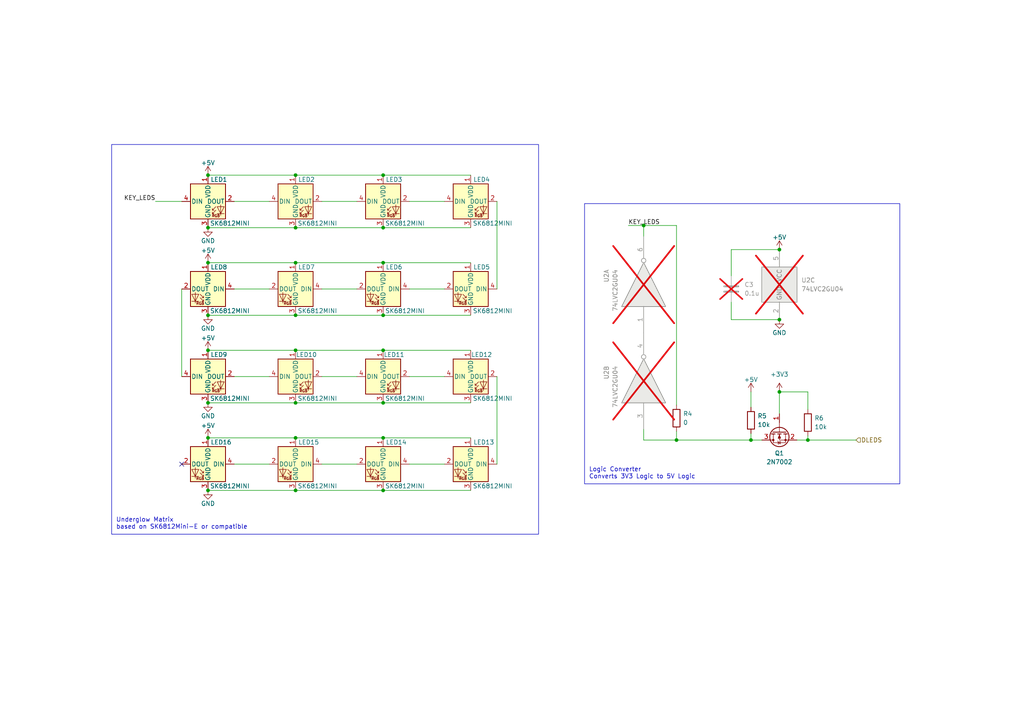
<source format=kicad_sch>
(kicad_sch (version 20231120) (generator "eeschema") (generator_version "8.0")
  (paper "A4")
  (title_block (title "Dumbpad Hotswap RP2040") (date "2024-02-13") (rev "4.0_RP2040") (comment 3 "Powered by QMK and RP2040") (comment 4 "Simple 4x4 macropads with single encoder") (comment 8 "Dumbpad, simple 4x4 macropads with single encoder"))
  (lib_symbols
    (symbol "74xGxx:74LVC2GU04"
      (property "Reference" "U" (at -2.54 3.81 0))
      (property "Value" "74LVC2GU04" (at 0 -3.81 0))
      (symbol "74LVC2GU04_1_1"
        (polyline (pts (xy -7.62 6.35) (xy -7.62 -6.35) (xy 5.08 0) (xy -7.62 6.35)) (stroke (width 0.254)) (fill (type background)))
        (pin input line (at -15.24 0 0) (length 7.62) (name "~") (number "1"))
        (pin output inverted (at 12.7 0 180) (length 7.62) (name "~") (number "6"))
      )
      (symbol "74LVC2GU04_2_1"
        (polyline (pts (xy -7.62 6.35) (xy -7.62 -6.35) (xy 5.08 0) (xy -7.62 6.35)) (stroke (width 0.254)) (fill (type background)))
        (pin input line (at -15.24 0 0) (length 7.62) (name "~") (number "3"))
        (pin output inverted (at 12.7 0 180) (length 7.62) (name "~") (number "4"))
      )
      (symbol "74LVC2GU04_3_0"
        (rectangle (start -5.08 -5.08) (end 5.08 5.08) (stroke (width 0.254)) (fill (type background)))
      )
      (symbol "74LVC2GU04_3_1"
        (pin power_in line (at 0 -10.16 90) (length 5.08) (name "GND") (number "2"))
        (pin power_in line (at 0 10.16 270) (length 5.08) (name "VCC") (number "5"))
      )
    )
    (symbol "Device:C" (pin_numbers hide) (pin_names (offset 0.254))
      (property "Reference" "C" (at 0.635 2.54 0))
      (property "Value" "C" (at 0.635 -2.54 0))
      (symbol "C_0_1"
        (polyline (pts (xy -2.032 -0.762) (xy 2.032 -0.762)) (stroke (width 0.508)))
        (polyline (pts (xy -2.032 0.762) (xy 2.032 0.762)) (stroke (width 0.508)))
      )
      (symbol "C_1_1"
        (pin passive line (at 0 3.81 270) (length 2.794) (name "~") (number "1"))
        (pin passive line (at 0 -3.81 90) (length 2.794) (name "~") (number "2"))
      )
    )
    (symbol "Device:Q_NMOS_GSD" (pin_names (offset 0) hide)
      (property "Reference" "Q" (at 5.08 1.27 0))
      (property "Value" "Q_NMOS_GSD" (at 5.08 -1.27 0))
      (symbol "Q_NMOS_GSD_0_1"
        (polyline (pts (xy 0.254 0) (xy -2.54 0)))
        (polyline (pts (xy 0.254 1.905) (xy 0.254 -1.905)) (stroke (width 0.254)))
        (polyline (pts (xy 0.762 -1.27) (xy 0.762 -2.286)) (stroke (width 0.254)))
        (polyline (pts (xy 0.762 0.508) (xy 0.762 -0.508)) (stroke (width 0.254)))
        (polyline (pts (xy 0.762 2.286) (xy 0.762 1.27)) (stroke (width 0.254)))
        (polyline (pts (xy 2.54 2.54) (xy 2.54 1.778)))
        (polyline (pts (xy 2.54 -2.54) (xy 2.54 0) (xy 0.762 0)))
        (polyline (pts (xy 0.762 -1.778) (xy 3.302 -1.778) (xy 3.302 1.778) (xy 0.762 1.778)))
        (polyline (pts (xy 1.016 0) (xy 2.032 0.381) (xy 2.032 -0.381) (xy 1.016 0)) (fill (type outline)))
        (polyline (pts (xy 2.794 0.508) (xy 2.921 0.381) (xy 3.683 0.381) (xy 3.81 0.254)))
        (polyline (pts (xy 3.302 0.381) (xy 2.921 -0.254) (xy 3.683 -0.254) (xy 3.302 0.381)))
        (circle (center 1.651 0) (radius 2.794) (stroke (width 0.254)))
        (circle (center 2.54 -1.778) (radius 0.254) (fill (type outline)))
        (circle (center 2.54 1.778) (radius 0.254) (fill (type outline)))
      )
      (symbol "Q_NMOS_GSD_1_1"
        (pin input line (at -5.08 0 0) (length 2.54) (name "G") (number "1"))
        (pin passive line (at 2.54 -5.08 90) (length 2.54) (name "S") (number "2"))
        (pin passive line (at 2.54 5.08 270) (length 2.54) (name "D") (number "3"))
      )
    )
    (symbol "Device:R" (pin_numbers hide) (pin_names (offset 0))
      (property "Reference" "R" (at 2.032 0 90))
      (property "Value" "R" (at 0 0 90))
      (symbol "R_0_1"
        (rectangle (start -1.016 -2.54) (end 1.016 2.54) (stroke (width 0.254)))
      )
      (symbol "R_1_1"
        (pin passive line (at 0 3.81 270) (length 1.27) (name "~") (number "1"))
        (pin passive line (at 0 -3.81 90) (length 1.27) (name "~") (number "2"))
      )
    )
    (symbol "dumbpad_symbols:SK6812MINI_1" (pin_names (offset 0.254))
      (property "Reference" "LED1" (at 2.54 6.35 0))
      (property "Value" "SK6812MINI" (at 6.35 -6.35 0))
      (symbol "SK6812MINI_1_0_0"
        (text "RGB" (at 2.286 -4.191 0) (effects (font (size 0.762 0.762))))
      )
      (symbol "SK6812MINI_1_0_1"
        (polyline (pts (xy 1.27 -3.556) (xy 1.778 -3.556)))
        (polyline (pts (xy 1.27 -2.54) (xy 1.778 -2.54)))
        (polyline (pts (xy 4.699 -3.556) (xy 2.667 -3.556)))
        (polyline (pts (xy 2.286 -2.54) (xy 1.27 -3.556) (xy 1.27 -3.048)))
        (polyline (pts (xy 2.286 -1.524) (xy 1.27 -2.54) (xy 1.27 -2.032)))
        (polyline (pts (xy 3.683 -1.016) (xy 3.683 -3.556) (xy 3.683 -4.064)))
        (polyline (pts (xy 4.699 -1.524) (xy 2.667 -1.524) (xy 3.683 -3.556) (xy 4.699 -1.524)))
        (rectangle (start 5.08 5.08) (end -5.08 -5.08) (stroke (width 0.254)) (fill (type background)))
      )
      (symbol "SK6812MINI_1_1_1"
        (pin power_in line (at 0 7.62 270) (length 2.54) (name "VDD") (number "1"))
        (pin output line (at 7.62 0 180) (length 2.54) (name "DOUT") (number "2"))
        (pin power_in line (at 0 -7.62 90) (length 2.54) (name "GND") (number "3"))
        (pin input line (at -7.62 0 0) (length 2.54) (name "DIN") (number "4"))
      )
    )
    (symbol "power:+3V3" (power) (pin_names (offset 0))
      (property "Value" "+3V3" (at 0 3.556 0))
      (symbol "+3V3_0_1"
        (polyline (pts (xy -0.762 1.27) (xy 0 2.54)))
        (polyline (pts (xy 0 0) (xy 0 2.54)))
        (polyline (pts (xy 0 2.54) (xy 0.762 1.27)))
      )
      (symbol "+3V3_1_1"
        (pin power_in line (at 0 0 90) (length 0) hide (name "+3V3") (number "1"))
      )
    )
    (symbol "power:+5V" (power) (pin_names (offset 0))
      (property "Value" "+5V" (at 0 3.556 0))
      (symbol "+5V_0_1"
        (polyline (pts (xy -0.762 1.27) (xy 0 2.54)))
        (polyline (pts (xy 0 0) (xy 0 2.54)))
        (polyline (pts (xy 0 2.54) (xy 0.762 1.27)))
      )
      (symbol "+5V_1_1"
        (pin power_in line (at 0 0 90) (length 0) hide (name "+5V") (number "1"))
      )
    )
    (symbol "power:GND" (power) (pin_names (offset 0))
      (property "Value" "GND" (at 0 -3.81 0))
      (symbol "GND_0_1"
        (polyline (pts (xy 0 0) (xy 0 -1.27) (xy 1.27 -1.27) (xy 0 -2.54) (xy -1.27 -1.27) (xy 0 -1.27)))
      )
      (symbol "GND_1_1"
        (pin power_in line (at 0 0 270) (length 0) hide (name "GND") (number "1"))
      )
    )
  )
  (junction (at 85.725 142.24))
  (junction (at 111.125 50.8))
  (junction (at 60.325 127))
  (junction (at 226.06 72.39))
  (junction (at 85.725 50.8))
  (junction (at 85.725 116.84))
  (junction (at 111.125 142.24))
  (junction (at 85.725 66.04))
  (junction (at 226.06 92.71))
  (junction (at 111.125 66.04))
  (junction (at 60.325 91.44))
  (junction (at 60.325 142.24))
  (junction (at 111.125 101.6))
  (junction (at 226.06 113.665))
  (junction (at 111.125 116.84))
  (junction (at 60.325 101.6))
  (junction (at 85.725 101.6))
  (junction (at 85.725 91.44))
  (junction (at 60.325 76.2))
  (junction (at 85.725 76.2))
  (junction (at 111.125 91.44))
  (junction (at 60.325 116.84))
  (junction (at 60.325 50.8))
  (junction (at 234.315 127.635))
  (junction (at 111.125 127))
  (junction (at 111.125 76.2))
  (junction (at 217.805 127.635))
  (junction (at 196.215 127.635))
  (junction (at 85.725 127))
  (junction (at 60.325 66.04))
  (junction (at 186.69 65.405))
  (no_connect (at 52.705 134.62))
  (wire (pts (xy 182.245 65.405) (xy 186.69 65.405)))
  (wire (pts (xy 226.06 113.665) (xy 234.315 113.665)))
  (wire (pts (xy 186.69 127.635) (xy 186.69 124.46)))
  (wire (pts (xy 118.745 134.62) (xy 128.905 134.62)))
  (wire (pts (xy 111.125 91.44) (xy 136.525 91.44)))
  (wire (pts (xy 111.125 101.6) (xy 136.525 101.6)))
  (wire (pts (xy 196.215 117.475) (xy 196.215 65.405)))
  (wire (pts (xy 234.315 113.665) (xy 234.315 118.745)))
  (wire (pts (xy 60.325 142.24) (xy 85.725 142.24)))
  (wire (pts (xy 226.06 72.39) (xy 212.09 72.39)))
  (wire (pts (xy 93.345 109.22) (xy 103.505 109.22)))
  (wire (pts (xy 60.325 66.04) (xy 85.725 66.04)))
  (wire (pts (xy 52.705 83.82) (xy 52.705 109.22)))
  (wire (pts (xy 67.945 109.22) (xy 78.105 109.22)))
  (wire (pts (xy 60.325 127) (xy 85.725 127)))
  (wire (pts (xy 196.215 65.405) (xy 186.69 65.405)))
  (wire (pts (xy 93.345 134.62) (xy 103.505 134.62)))
  (wire (pts (xy 85.725 116.84) (xy 111.125 116.84)))
  (wire (pts (xy 93.345 83.82) (xy 103.505 83.82)))
  (wire (pts (xy 234.315 127.635) (xy 234.315 126.365)))
  (wire (pts (xy 186.69 127.635) (xy 196.215 127.635)))
  (wire (pts (xy 212.09 92.71) (xy 226.06 92.71)))
  (wire (pts (xy 217.805 113.665) (xy 217.805 118.11)))
  (wire (pts (xy 60.325 50.8) (xy 85.725 50.8)))
  (wire (pts (xy 45.085 58.42) (xy 52.705 58.42)))
  (wire (pts (xy 67.945 83.82) (xy 78.105 83.82)))
  (wire (pts (xy 118.745 58.42) (xy 128.905 58.42)))
  (wire (pts (xy 226.06 120.015) (xy 226.06 113.665)))
  (wire (pts (xy 111.125 142.24) (xy 136.525 142.24)))
  (wire (pts (xy 85.725 101.6) (xy 111.125 101.6)))
  (wire (pts (xy 67.945 134.62) (xy 78.105 134.62)))
  (wire (pts (xy 60.325 116.84) (xy 85.725 116.84)))
  (wire (pts (xy 60.325 76.2) (xy 85.725 76.2)))
  (wire (pts (xy 93.345 58.42) (xy 103.505 58.42)))
  (wire (pts (xy 217.805 125.73) (xy 217.805 127.635)))
  (wire (pts (xy 111.125 127) (xy 136.525 127)))
  (wire (pts (xy 234.315 127.635) (xy 248.285 127.635)))
  (wire (pts (xy 111.125 50.8) (xy 136.525 50.8)))
  (wire (pts (xy 85.725 50.8) (xy 111.125 50.8)))
  (wire (pts (xy 212.09 72.39) (xy 212.09 80.01)))
  (wire (pts (xy 196.215 127.635) (xy 217.805 127.635)))
  (wire (pts (xy 67.945 58.42) (xy 78.105 58.42)))
  (wire (pts (xy 217.805 127.635) (xy 220.98 127.635)))
  (wire (pts (xy 111.125 76.2) (xy 136.525 76.2)))
  (wire (pts (xy 111.125 116.84) (xy 136.525 116.84)))
  (wire (pts (xy 85.725 91.44) (xy 111.125 91.44)))
  (wire (pts (xy 60.325 101.6) (xy 85.725 101.6)))
  (wire (pts (xy 186.69 68.58) (xy 186.69 65.405)))
  (wire (pts (xy 111.125 66.04) (xy 136.525 66.04)))
  (wire (pts (xy 118.745 83.82) (xy 128.905 83.82)))
  (wire (pts (xy 60.325 91.44) (xy 85.725 91.44)))
  (wire (pts (xy 144.145 58.42) (xy 144.145 83.82)))
  (wire (pts (xy 85.725 66.04) (xy 111.125 66.04)))
  (wire (pts (xy 85.725 76.2) (xy 111.125 76.2)))
  (wire (pts (xy 85.725 142.24) (xy 111.125 142.24)))
  (wire (pts (xy 85.725 127) (xy 111.125 127)))
  (wire (pts (xy 196.215 125.095) (xy 196.215 127.635)))
  (wire (pts (xy 212.09 87.63) (xy 212.09 92.71)))
  (wire (pts (xy 231.14 127.635) (xy 234.315 127.635)))
  (wire (pts (xy 118.745 109.22) (xy 128.905 109.22)))
  (wire (pts (xy 144.145 109.22) (xy 144.145 134.62)))
  (rectangle (start 32.385 41.91) (end 156.21 154.94))
  (rectangle (start 169.545 59.055) (end 260.985 140.335))
  (text "Logic Converter\nConverts 3V3 Logic to 5V Logic" (at 170.815 139.065 0) (effects (font (size 1.27 1.27)) (justify left bottom)))
  (text "Underglow Matrix\nbased on SK6812Mini-E or compatible" (at 33.655 153.67 0) (effects (font (size 1.27 1.27)) (justify left bottom)))
  (label "KEY_LEDS" (at 45.085 58.42 180) (effects (font (size 1.2446 1.2446))))
  (label "KEY_LEDS" (at 182.245 65.405 0) (effects (font (size 1.2446 1.2446))))
  (hierarchical_label "DLEDS" (shape input) (at 248.285 127.635 0))
  (symbol (lib_id "dumbpad_symbols:SK6812MINI_1") (at 136.525 134.62 0) (mirror y) (unit 1)
    (property "Reference" "LED13" (at 140.335 128.27 0))
    (property "Value" "SK6812MINI" (at 142.875 140.97 0))
    (property "Footprint" "dumbpad:YS-SK6812MINI-E" (effects (hide yes)))
    (property "Datasheet" "https://cdn-shop.adafruit.com/product-files/2686/SK6812MINI_REV.01-1-2.pdf" (effects (hide yes)))
  )
  (symbol (lib_id "dumbpad_symbols:SK6812MINI_1") (at 60.325 83.82 0) (mirror y) (unit 1)
    (property "Reference" "LED8" (at 63.5 77.47 0))
    (property "Value" "SK6812MINI" (at 66.675 90.17 0))
    (property "Footprint" "dumbpad:YS-SK6812MINI-E" (effects (hide yes)))
    (property "Datasheet" "https://cdn-shop.adafruit.com/product-files/2686/SK6812MINI_REV.01-1-2.pdf" (effects (hide yes)))
  )
  (symbol (lib_id "Device:R") (at 217.805 121.92 180) (unit 1)
    (property "Reference" "R5" (at 219.71 120.65 0) (effects (justify right)))
    (property "Value" "10k" (at 219.71 123.19 0) (effects (justify right)))
    (property "Footprint" "Resistor_SMD:R_0603_1608Metric" (effects (hide yes)))
  )
  (symbol (lib_id "Device:R") (at 234.315 122.555 180) (unit 1)
    (property "Reference" "R6" (at 236.22 121.285 0) (effects (justify right)))
    (property "Value" "10k" (at 236.22 123.825 0) (effects (justify right)))
    (property "Footprint" "Resistor_SMD:R_0603_1608Metric" (effects (hide yes)))
  )
  (symbol (lib_id "power:+5V") (at 60.325 127 0) (unit 1)
    (property "Reference" "#SUPPLY07" (effects (hide yes)))
    (property "Value" "+5V" (at 60.325 123.444 0))
    (property "Footprint" "dumbpad:" (effects (hide yes)))
  )
  (symbol (lib_id "dumbpad_symbols:SK6812MINI_1") (at 111.125 58.42 0) (unit 1)
    (property "Reference" "LED3" (at 114.3 52.07 0))
    (property "Value" "SK6812MINI" (at 117.475 64.77 0))
    (property "Footprint" "dumbpad:YS-SK6812MINI-E" (effects (hide yes)))
    (property "Datasheet" "https://cdn-shop.adafruit.com/product-files/2686/SK6812MINI_REV.01-1-2.pdf" (effects (hide yes)))
  )
  (symbol (lib_id "dumbpad_symbols:SK6812MINI_1") (at 136.525 58.42 0) (unit 1)
    (property "Reference" "LED4" (at 139.7 52.07 0))
    (property "Value" "SK6812MINI" (at 142.875 64.77 0))
    (property "Footprint" "dumbpad:YS-SK6812MINI-E" (effects (hide yes)))
    (property "Datasheet" "https://cdn-shop.adafruit.com/product-files/2686/SK6812MINI_REV.01-1-2.pdf" (effects (hide yes)))
  )
  (symbol (lib_id "dumbpad_symbols:SK6812MINI_1") (at 60.325 58.42 0) (unit 1)
    (property "Reference" "LED1" (at 63.5 52.07 0))
    (property "Value" "SK6812MINI" (at 66.675 64.77 0))
    (property "Footprint" "dumbpad:YS-SK6812MINI-E" (effects (hide yes)))
    (property "Datasheet" "https://cdn-shop.adafruit.com/product-files/2686/SK6812MINI_REV.01-1-2.pdf" (effects (hide yes)))
  )
  (symbol (lib_id "power:+5V") (at 217.805 113.665 0) (unit 1)
    (property "Reference" "#SUPPLY03" (effects (hide yes)))
    (property "Value" "+5V" (at 217.805 110.109 0))
    (property "Footprint" "dumbpad:" (effects (hide yes)))
  )
  (symbol (lib_id "dumbpad_symbols:SK6812MINI_1") (at 60.325 109.22 0) (unit 1)
    (property "Reference" "LED9" (at 63.5 102.87 0))
    (property "Value" "SK6812MINI" (at 66.675 115.57 0))
    (property "Footprint" "dumbpad:YS-SK6812MINI-E" (effects (hide yes)))
    (property "Datasheet" "https://cdn-shop.adafruit.com/product-files/2686/SK6812MINI_REV.01-1-2.pdf" (effects (hide yes)))
  )
  (symbol (lib_id "dumbpad_symbols:SK6812MINI_1") (at 85.725 109.22 0) (unit 1)
    (property "Reference" "LED10" (at 88.9 102.87 0))
    (property "Value" "SK6812MINI" (at 92.075 115.57 0))
    (property "Footprint" "dumbpad:YS-SK6812MINI-E" (effects (hide yes)))
    (property "Datasheet" "https://cdn-shop.adafruit.com/product-files/2686/SK6812MINI_REV.01-1-2.pdf" (effects (hide yes)))
  )
  (symbol (lib_id "power:GND") (at 60.325 66.04 0) (unit 1)
    (property "Reference" "#GND03" (effects (hide yes)))
    (property "Value" "GND" (at 60.325 69.85 0))
    (property "Footprint" "dumbpad:" (effects (hide yes)))
  )
  (symbol (lib_id "power:GND") (at 60.325 91.44 0) (unit 1)
    (property "Reference" "#GND07" (effects (hide yes)))
    (property "Value" "GND" (at 60.325 95.25 0))
    (property "Footprint" "dumbpad:" (effects (hide yes)))
  )
  (symbol (lib_id "Device:C") (at 212.09 83.82 0) (unit 1) (dnp yes)
    (property "Reference" "C3" (at 215.9 82.55 0) (effects (justify left)))
    (property "Value" "0.1u" (at 215.9 85.09 0) (effects (justify left)))
    (property "Footprint" "Capacitor_SMD:C_0603_1608Metric" (effects (hide yes)))
  )
  (symbol (lib_id "dumbpad_symbols:SK6812MINI_1") (at 85.725 83.82 0) (mirror y) (unit 1)
    (property "Reference" "LED7" (at 88.9 77.47 0))
    (property "Value" "SK6812MINI" (at 92.075 90.17 0))
    (property "Footprint" "dumbpad:YS-SK6812MINI-E" (effects (hide yes)))
    (property "Datasheet" "https://cdn-shop.adafruit.com/product-files/2686/SK6812MINI_REV.01-1-2.pdf" (effects (hide yes)))
  )
  (symbol (lib_id "74xGxx:74LVC2GU04") (at 186.69 109.22 90) (unit 2) (dnp yes)
    (property "Reference" "U2" (at 175.895 106.045 0) (effects (justify right)))
    (property "Value" "74LVC2GU04" (at 178.435 106.045 0) (effects (justify right)))
    (property "Footprint" "Package_TO_SOT_SMD:SOT-363_SC-70-6" (effects (hide yes)))
    (property "Datasheet" "http://www.ti.com/lit/sg/scyt129e/scyt129e.pdf" (effects (hide yes)))
  )
  (symbol (lib_id "power:GND") (at 226.06 92.71 0) (unit 1)
    (property "Reference" "#GND09" (effects (hide yes)))
    (property "Value" "GND" (at 226.06 96.52 0))
    (property "Footprint" "dumbpad:" (effects (hide yes)))
  )
  (symbol (lib_id "dumbpad_symbols:SK6812MINI_1") (at 111.125 109.22 0) (unit 1)
    (property "Reference" "LED11" (at 114.3 102.87 0))
    (property "Value" "SK6812MINI" (at 117.475 115.57 0))
    (property "Footprint" "dumbpad:YS-SK6812MINI-E" (effects (hide yes)))
    (property "Datasheet" "https://cdn-shop.adafruit.com/product-files/2686/SK6812MINI_REV.01-1-2.pdf" (effects (hide yes)))
  )
  (symbol (lib_id "dumbpad_symbols:SK6812MINI_1") (at 136.525 83.82 0) (mirror y) (unit 1)
    (property "Reference" "LED5" (at 139.7 77.47 0))
    (property "Value" "SK6812MINI" (at 142.875 90.17 0))
    (property "Footprint" "dumbpad:YS-SK6812MINI-E" (effects (hide yes)))
    (property "Datasheet" "https://cdn-shop.adafruit.com/product-files/2686/SK6812MINI_REV.01-1-2.pdf" (effects (hide yes)))
  )
  (symbol (lib_id "power:GND") (at 60.325 142.24 0) (unit 1)
    (property "Reference" "#GND011" (effects (hide yes)))
    (property "Value" "GND" (at 60.325 146.05 0))
    (property "Footprint" "dumbpad:" (effects (hide yes)))
  )
  (symbol (lib_id "power:+5V") (at 60.325 50.8 0) (unit 1)
    (property "Reference" "#SUPPLY02" (effects (hide yes)))
    (property "Value" "+5V" (at 60.325 47.244 0))
    (property "Footprint" "dumbpad:" (effects (hide yes)))
  )
  (symbol (lib_id "power:GND") (at 60.325 116.84 0) (unit 1)
    (property "Reference" "#GND010" (effects (hide yes)))
    (property "Value" "GND" (at 60.325 120.65 0))
    (property "Footprint" "dumbpad:" (effects (hide yes)))
  )
  (symbol (lib_id "power:+3V3") (at 226.06 113.665 0) (unit 1)
    (property "Reference" "#PWR04" (effects (hide yes)))
    (property "Value" "+3V3" (at 226.06 108.585 0))
  )
  (symbol (lib_id "dumbpad_symbols:SK6812MINI_1") (at 85.725 134.62 0) (mirror y) (unit 1)
    (property "Reference" "LED15" (at 89.535 128.27 0))
    (property "Value" "SK6812MINI" (at 92.075 140.97 0))
    (property "Footprint" "dumbpad:YS-SK6812MINI-E" (effects (hide yes)))
    (property "Datasheet" "https://cdn-shop.adafruit.com/product-files/2686/SK6812MINI_REV.01-1-2.pdf" (effects (hide yes)))
  )
  (symbol (lib_id "power:+5V") (at 60.325 76.2 0) (unit 1)
    (property "Reference" "#SUPPLY05" (effects (hide yes)))
    (property "Value" "+5V" (at 60.325 72.644 0))
    (property "Footprint" "dumbpad:" (effects (hide yes)))
  )
  (symbol (lib_id "power:+5V") (at 226.06 72.39 0) (unit 1)
    (property "Reference" "#SUPPLY04" (effects (hide yes)))
    (property "Value" "+5V" (at 226.06 68.834 0))
    (property "Footprint" "dumbpad:" (effects (hide yes)))
  )
  (symbol (lib_id "dumbpad_symbols:SK6812MINI_1") (at 60.325 134.62 0) (mirror y) (unit 1)
    (property "Reference" "LED16" (at 64.135 128.27 0))
    (property "Value" "SK6812MINI" (at 66.675 140.97 0))
    (property "Footprint" "dumbpad:YS-SK6812MINI-E" (effects (hide yes)))
    (property "Datasheet" "https://cdn-shop.adafruit.com/product-files/2686/SK6812MINI_REV.01-1-2.pdf" (effects (hide yes)))
  )
  (symbol (lib_id "power:+5V") (at 60.325 101.6 0) (unit 1)
    (property "Reference" "#SUPPLY06" (effects (hide yes)))
    (property "Value" "+5V" (at 60.325 98.044 0))
    (property "Footprint" "dumbpad:" (effects (hide yes)))
  )
  (symbol (lib_id "74xGxx:74LVC2GU04") (at 186.69 81.28 90) (unit 1) (dnp yes)
    (property "Reference" "U2" (at 175.895 78.105 0) (effects (justify right)))
    (property "Value" "74LVC2GU04" (at 178.435 78.105 0) (effects (justify right)))
    (property "Footprint" "Package_TO_SOT_SMD:SOT-363_SC-70-6" (effects (hide yes)))
    (property "Datasheet" "http://www.ti.com/lit/sg/scyt129e/scyt129e.pdf" (effects (hide yes)))
  )
  (symbol (lib_id "dumbpad_symbols:SK6812MINI_1") (at 111.125 134.62 0) (mirror y) (unit 1)
    (property "Reference" "LED14" (at 114.935 128.27 0))
    (property "Value" "SK6812MINI" (at 117.475 140.97 0))
    (property "Footprint" "dumbpad:YS-SK6812MINI-E" (effects (hide yes)))
    (property "Datasheet" "https://cdn-shop.adafruit.com/product-files/2686/SK6812MINI_REV.01-1-2.pdf" (effects (hide yes)))
  )
  (symbol (lib_id "dumbpad_symbols:SK6812MINI_1") (at 136.525 109.22 0) (unit 1)
    (property "Reference" "LED12" (at 139.7 102.87 0))
    (property "Value" "SK6812MINI" (at 142.875 115.57 0))
    (property "Footprint" "dumbpad:YS-SK6812MINI-E" (effects (hide yes)))
    (property "Datasheet" "https://cdn-shop.adafruit.com/product-files/2686/SK6812MINI_REV.01-1-2.pdf" (effects (hide yes)))
  )
  (symbol (lib_id "dumbpad_symbols:SK6812MINI_1") (at 85.725 58.42 0) (unit 1)
    (property "Reference" "LED2" (at 88.9 52.07 0))
    (property "Value" "SK6812MINI" (at 92.075 64.77 0))
    (property "Footprint" "dumbpad:YS-SK6812MINI-E" (effects (hide yes)))
    (property "Datasheet" "https://cdn-shop.adafruit.com/product-files/2686/SK6812MINI_REV.01-1-2.pdf" (effects (hide yes)))
  )
  (symbol (lib_id "74xGxx:74LVC2GU04") (at 226.06 82.55 0) (unit 3) (dnp yes)
    (property "Reference" "U2" (at 232.41 81.28 0) (effects (justify left)))
    (property "Value" "74LVC2GU04" (at 232.41 83.82 0) (effects (justify left)))
    (property "Footprint" "Package_TO_SOT_SMD:SOT-363_SC-70-6" (effects (hide yes)))
    (property "Datasheet" "http://www.ti.com/lit/sg/scyt129e/scyt129e.pdf" (effects (hide yes)))
  )
  (symbol (lib_id "dumbpad_symbols:SK6812MINI_1") (at 111.125 83.82 0) (mirror y) (unit 1)
    (property "Reference" "LED6" (at 114.3 77.47 0))
    (property "Value" "SK6812MINI" (at 117.475 90.17 0))
    (property "Footprint" "dumbpad:YS-SK6812MINI-E" (effects (hide yes)))
    (property "Datasheet" "https://cdn-shop.adafruit.com/product-files/2686/SK6812MINI_REV.01-1-2.pdf" (effects (hide yes)))
  )
  (symbol (lib_id "Device:Q_NMOS_GSD") (at 226.06 125.095 90) (mirror x) (unit 1)
    (property "Reference" "Q1" (at 226.06 131.445 90))
    (property "Value" "2N7002" (at 229.87 133.985 90) (effects (justify left)))
    (property "Footprint" "Package_TO_SOT_SMD:SOT-23" (effects (hide yes)))
  )
  (symbol (lib_id "Device:R") (at 196.215 121.285 180) (unit 1)
    (property "Reference" "R4" (at 198.12 120.015 0) (effects (justify right)))
    (property "Value" "0" (at 198.12 122.555 0) (effects (justify right)))
    (property "Footprint" "Resistor_SMD:R_0603_1608Metric" (effects (hide yes)))
  )
)
</source>
